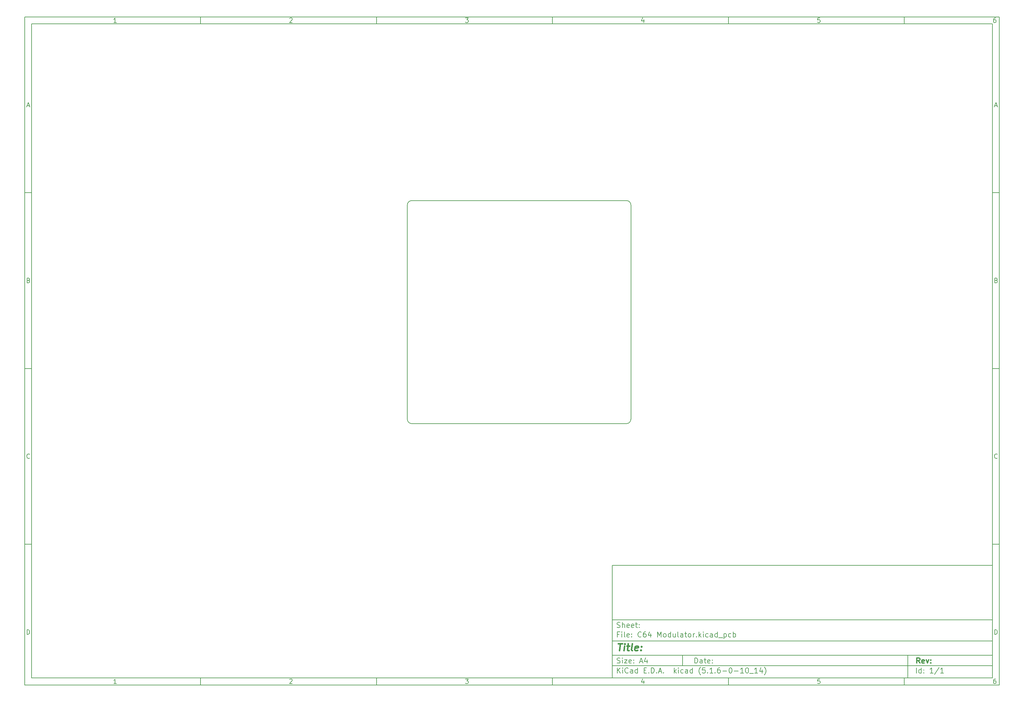
<source format=gm1>
%TF.GenerationSoftware,KiCad,Pcbnew,(5.1.6-0-10_14)*%
%TF.CreationDate,2021-03-10T02:09:14-05:00*%
%TF.ProjectId,C64 Modulator,43363420-4d6f-4647-956c-61746f722e6b,rev?*%
%TF.SameCoordinates,Original*%
%TF.FileFunction,Profile,NP*%
%FSLAX46Y46*%
G04 Gerber Fmt 4.6, Leading zero omitted, Abs format (unit mm)*
G04 Created by KiCad (PCBNEW (5.1.6-0-10_14)) date 2021-03-10 02:09:14*
%MOMM*%
%LPD*%
G01*
G04 APERTURE LIST*
%ADD10C,0.100000*%
%ADD11C,0.150000*%
%ADD12C,0.300000*%
%ADD13C,0.400000*%
%TA.AperFunction,Profile*%
%ADD14C,0.150000*%
%TD*%
G04 APERTURE END LIST*
D10*
D11*
X177002200Y-166007200D02*
X177002200Y-198007200D01*
X285002200Y-198007200D01*
X285002200Y-166007200D01*
X177002200Y-166007200D01*
D10*
D11*
X10000000Y-10000000D02*
X10000000Y-200007200D01*
X287002200Y-200007200D01*
X287002200Y-10000000D01*
X10000000Y-10000000D01*
D10*
D11*
X12000000Y-12000000D02*
X12000000Y-198007200D01*
X285002200Y-198007200D01*
X285002200Y-12000000D01*
X12000000Y-12000000D01*
D10*
D11*
X60000000Y-12000000D02*
X60000000Y-10000000D01*
D10*
D11*
X110000000Y-12000000D02*
X110000000Y-10000000D01*
D10*
D11*
X160000000Y-12000000D02*
X160000000Y-10000000D01*
D10*
D11*
X210000000Y-12000000D02*
X210000000Y-10000000D01*
D10*
D11*
X260000000Y-12000000D02*
X260000000Y-10000000D01*
D10*
D11*
X36065476Y-11588095D02*
X35322619Y-11588095D01*
X35694047Y-11588095D02*
X35694047Y-10288095D01*
X35570238Y-10473809D01*
X35446428Y-10597619D01*
X35322619Y-10659523D01*
D10*
D11*
X85322619Y-10411904D02*
X85384523Y-10350000D01*
X85508333Y-10288095D01*
X85817857Y-10288095D01*
X85941666Y-10350000D01*
X86003571Y-10411904D01*
X86065476Y-10535714D01*
X86065476Y-10659523D01*
X86003571Y-10845238D01*
X85260714Y-11588095D01*
X86065476Y-11588095D01*
D10*
D11*
X135260714Y-10288095D02*
X136065476Y-10288095D01*
X135632142Y-10783333D01*
X135817857Y-10783333D01*
X135941666Y-10845238D01*
X136003571Y-10907142D01*
X136065476Y-11030952D01*
X136065476Y-11340476D01*
X136003571Y-11464285D01*
X135941666Y-11526190D01*
X135817857Y-11588095D01*
X135446428Y-11588095D01*
X135322619Y-11526190D01*
X135260714Y-11464285D01*
D10*
D11*
X185941666Y-10721428D02*
X185941666Y-11588095D01*
X185632142Y-10226190D02*
X185322619Y-11154761D01*
X186127380Y-11154761D01*
D10*
D11*
X236003571Y-10288095D02*
X235384523Y-10288095D01*
X235322619Y-10907142D01*
X235384523Y-10845238D01*
X235508333Y-10783333D01*
X235817857Y-10783333D01*
X235941666Y-10845238D01*
X236003571Y-10907142D01*
X236065476Y-11030952D01*
X236065476Y-11340476D01*
X236003571Y-11464285D01*
X235941666Y-11526190D01*
X235817857Y-11588095D01*
X235508333Y-11588095D01*
X235384523Y-11526190D01*
X235322619Y-11464285D01*
D10*
D11*
X285941666Y-10288095D02*
X285694047Y-10288095D01*
X285570238Y-10350000D01*
X285508333Y-10411904D01*
X285384523Y-10597619D01*
X285322619Y-10845238D01*
X285322619Y-11340476D01*
X285384523Y-11464285D01*
X285446428Y-11526190D01*
X285570238Y-11588095D01*
X285817857Y-11588095D01*
X285941666Y-11526190D01*
X286003571Y-11464285D01*
X286065476Y-11340476D01*
X286065476Y-11030952D01*
X286003571Y-10907142D01*
X285941666Y-10845238D01*
X285817857Y-10783333D01*
X285570238Y-10783333D01*
X285446428Y-10845238D01*
X285384523Y-10907142D01*
X285322619Y-11030952D01*
D10*
D11*
X60000000Y-198007200D02*
X60000000Y-200007200D01*
D10*
D11*
X110000000Y-198007200D02*
X110000000Y-200007200D01*
D10*
D11*
X160000000Y-198007200D02*
X160000000Y-200007200D01*
D10*
D11*
X210000000Y-198007200D02*
X210000000Y-200007200D01*
D10*
D11*
X260000000Y-198007200D02*
X260000000Y-200007200D01*
D10*
D11*
X36065476Y-199595295D02*
X35322619Y-199595295D01*
X35694047Y-199595295D02*
X35694047Y-198295295D01*
X35570238Y-198481009D01*
X35446428Y-198604819D01*
X35322619Y-198666723D01*
D10*
D11*
X85322619Y-198419104D02*
X85384523Y-198357200D01*
X85508333Y-198295295D01*
X85817857Y-198295295D01*
X85941666Y-198357200D01*
X86003571Y-198419104D01*
X86065476Y-198542914D01*
X86065476Y-198666723D01*
X86003571Y-198852438D01*
X85260714Y-199595295D01*
X86065476Y-199595295D01*
D10*
D11*
X135260714Y-198295295D02*
X136065476Y-198295295D01*
X135632142Y-198790533D01*
X135817857Y-198790533D01*
X135941666Y-198852438D01*
X136003571Y-198914342D01*
X136065476Y-199038152D01*
X136065476Y-199347676D01*
X136003571Y-199471485D01*
X135941666Y-199533390D01*
X135817857Y-199595295D01*
X135446428Y-199595295D01*
X135322619Y-199533390D01*
X135260714Y-199471485D01*
D10*
D11*
X185941666Y-198728628D02*
X185941666Y-199595295D01*
X185632142Y-198233390D02*
X185322619Y-199161961D01*
X186127380Y-199161961D01*
D10*
D11*
X236003571Y-198295295D02*
X235384523Y-198295295D01*
X235322619Y-198914342D01*
X235384523Y-198852438D01*
X235508333Y-198790533D01*
X235817857Y-198790533D01*
X235941666Y-198852438D01*
X236003571Y-198914342D01*
X236065476Y-199038152D01*
X236065476Y-199347676D01*
X236003571Y-199471485D01*
X235941666Y-199533390D01*
X235817857Y-199595295D01*
X235508333Y-199595295D01*
X235384523Y-199533390D01*
X235322619Y-199471485D01*
D10*
D11*
X285941666Y-198295295D02*
X285694047Y-198295295D01*
X285570238Y-198357200D01*
X285508333Y-198419104D01*
X285384523Y-198604819D01*
X285322619Y-198852438D01*
X285322619Y-199347676D01*
X285384523Y-199471485D01*
X285446428Y-199533390D01*
X285570238Y-199595295D01*
X285817857Y-199595295D01*
X285941666Y-199533390D01*
X286003571Y-199471485D01*
X286065476Y-199347676D01*
X286065476Y-199038152D01*
X286003571Y-198914342D01*
X285941666Y-198852438D01*
X285817857Y-198790533D01*
X285570238Y-198790533D01*
X285446428Y-198852438D01*
X285384523Y-198914342D01*
X285322619Y-199038152D01*
D10*
D11*
X10000000Y-60000000D02*
X12000000Y-60000000D01*
D10*
D11*
X10000000Y-110000000D02*
X12000000Y-110000000D01*
D10*
D11*
X10000000Y-160000000D02*
X12000000Y-160000000D01*
D10*
D11*
X10690476Y-35216666D02*
X11309523Y-35216666D01*
X10566666Y-35588095D02*
X11000000Y-34288095D01*
X11433333Y-35588095D01*
D10*
D11*
X11092857Y-84907142D02*
X11278571Y-84969047D01*
X11340476Y-85030952D01*
X11402380Y-85154761D01*
X11402380Y-85340476D01*
X11340476Y-85464285D01*
X11278571Y-85526190D01*
X11154761Y-85588095D01*
X10659523Y-85588095D01*
X10659523Y-84288095D01*
X11092857Y-84288095D01*
X11216666Y-84350000D01*
X11278571Y-84411904D01*
X11340476Y-84535714D01*
X11340476Y-84659523D01*
X11278571Y-84783333D01*
X11216666Y-84845238D01*
X11092857Y-84907142D01*
X10659523Y-84907142D01*
D10*
D11*
X11402380Y-135464285D02*
X11340476Y-135526190D01*
X11154761Y-135588095D01*
X11030952Y-135588095D01*
X10845238Y-135526190D01*
X10721428Y-135402380D01*
X10659523Y-135278571D01*
X10597619Y-135030952D01*
X10597619Y-134845238D01*
X10659523Y-134597619D01*
X10721428Y-134473809D01*
X10845238Y-134350000D01*
X11030952Y-134288095D01*
X11154761Y-134288095D01*
X11340476Y-134350000D01*
X11402380Y-134411904D01*
D10*
D11*
X10659523Y-185588095D02*
X10659523Y-184288095D01*
X10969047Y-184288095D01*
X11154761Y-184350000D01*
X11278571Y-184473809D01*
X11340476Y-184597619D01*
X11402380Y-184845238D01*
X11402380Y-185030952D01*
X11340476Y-185278571D01*
X11278571Y-185402380D01*
X11154761Y-185526190D01*
X10969047Y-185588095D01*
X10659523Y-185588095D01*
D10*
D11*
X287002200Y-60000000D02*
X285002200Y-60000000D01*
D10*
D11*
X287002200Y-110000000D02*
X285002200Y-110000000D01*
D10*
D11*
X287002200Y-160000000D02*
X285002200Y-160000000D01*
D10*
D11*
X285692676Y-35216666D02*
X286311723Y-35216666D01*
X285568866Y-35588095D02*
X286002200Y-34288095D01*
X286435533Y-35588095D01*
D10*
D11*
X286095057Y-84907142D02*
X286280771Y-84969047D01*
X286342676Y-85030952D01*
X286404580Y-85154761D01*
X286404580Y-85340476D01*
X286342676Y-85464285D01*
X286280771Y-85526190D01*
X286156961Y-85588095D01*
X285661723Y-85588095D01*
X285661723Y-84288095D01*
X286095057Y-84288095D01*
X286218866Y-84350000D01*
X286280771Y-84411904D01*
X286342676Y-84535714D01*
X286342676Y-84659523D01*
X286280771Y-84783333D01*
X286218866Y-84845238D01*
X286095057Y-84907142D01*
X285661723Y-84907142D01*
D10*
D11*
X286404580Y-135464285D02*
X286342676Y-135526190D01*
X286156961Y-135588095D01*
X286033152Y-135588095D01*
X285847438Y-135526190D01*
X285723628Y-135402380D01*
X285661723Y-135278571D01*
X285599819Y-135030952D01*
X285599819Y-134845238D01*
X285661723Y-134597619D01*
X285723628Y-134473809D01*
X285847438Y-134350000D01*
X286033152Y-134288095D01*
X286156961Y-134288095D01*
X286342676Y-134350000D01*
X286404580Y-134411904D01*
D10*
D11*
X285661723Y-185588095D02*
X285661723Y-184288095D01*
X285971247Y-184288095D01*
X286156961Y-184350000D01*
X286280771Y-184473809D01*
X286342676Y-184597619D01*
X286404580Y-184845238D01*
X286404580Y-185030952D01*
X286342676Y-185278571D01*
X286280771Y-185402380D01*
X286156961Y-185526190D01*
X285971247Y-185588095D01*
X285661723Y-185588095D01*
D10*
D11*
X200434342Y-193785771D02*
X200434342Y-192285771D01*
X200791485Y-192285771D01*
X201005771Y-192357200D01*
X201148628Y-192500057D01*
X201220057Y-192642914D01*
X201291485Y-192928628D01*
X201291485Y-193142914D01*
X201220057Y-193428628D01*
X201148628Y-193571485D01*
X201005771Y-193714342D01*
X200791485Y-193785771D01*
X200434342Y-193785771D01*
X202577200Y-193785771D02*
X202577200Y-193000057D01*
X202505771Y-192857200D01*
X202362914Y-192785771D01*
X202077200Y-192785771D01*
X201934342Y-192857200D01*
X202577200Y-193714342D02*
X202434342Y-193785771D01*
X202077200Y-193785771D01*
X201934342Y-193714342D01*
X201862914Y-193571485D01*
X201862914Y-193428628D01*
X201934342Y-193285771D01*
X202077200Y-193214342D01*
X202434342Y-193214342D01*
X202577200Y-193142914D01*
X203077200Y-192785771D02*
X203648628Y-192785771D01*
X203291485Y-192285771D02*
X203291485Y-193571485D01*
X203362914Y-193714342D01*
X203505771Y-193785771D01*
X203648628Y-193785771D01*
X204720057Y-193714342D02*
X204577200Y-193785771D01*
X204291485Y-193785771D01*
X204148628Y-193714342D01*
X204077200Y-193571485D01*
X204077200Y-193000057D01*
X204148628Y-192857200D01*
X204291485Y-192785771D01*
X204577200Y-192785771D01*
X204720057Y-192857200D01*
X204791485Y-193000057D01*
X204791485Y-193142914D01*
X204077200Y-193285771D01*
X205434342Y-193642914D02*
X205505771Y-193714342D01*
X205434342Y-193785771D01*
X205362914Y-193714342D01*
X205434342Y-193642914D01*
X205434342Y-193785771D01*
X205434342Y-192857200D02*
X205505771Y-192928628D01*
X205434342Y-193000057D01*
X205362914Y-192928628D01*
X205434342Y-192857200D01*
X205434342Y-193000057D01*
D10*
D11*
X177002200Y-194507200D02*
X285002200Y-194507200D01*
D10*
D11*
X178434342Y-196585771D02*
X178434342Y-195085771D01*
X179291485Y-196585771D02*
X178648628Y-195728628D01*
X179291485Y-195085771D02*
X178434342Y-195942914D01*
X179934342Y-196585771D02*
X179934342Y-195585771D01*
X179934342Y-195085771D02*
X179862914Y-195157200D01*
X179934342Y-195228628D01*
X180005771Y-195157200D01*
X179934342Y-195085771D01*
X179934342Y-195228628D01*
X181505771Y-196442914D02*
X181434342Y-196514342D01*
X181220057Y-196585771D01*
X181077200Y-196585771D01*
X180862914Y-196514342D01*
X180720057Y-196371485D01*
X180648628Y-196228628D01*
X180577200Y-195942914D01*
X180577200Y-195728628D01*
X180648628Y-195442914D01*
X180720057Y-195300057D01*
X180862914Y-195157200D01*
X181077200Y-195085771D01*
X181220057Y-195085771D01*
X181434342Y-195157200D01*
X181505771Y-195228628D01*
X182791485Y-196585771D02*
X182791485Y-195800057D01*
X182720057Y-195657200D01*
X182577200Y-195585771D01*
X182291485Y-195585771D01*
X182148628Y-195657200D01*
X182791485Y-196514342D02*
X182648628Y-196585771D01*
X182291485Y-196585771D01*
X182148628Y-196514342D01*
X182077200Y-196371485D01*
X182077200Y-196228628D01*
X182148628Y-196085771D01*
X182291485Y-196014342D01*
X182648628Y-196014342D01*
X182791485Y-195942914D01*
X184148628Y-196585771D02*
X184148628Y-195085771D01*
X184148628Y-196514342D02*
X184005771Y-196585771D01*
X183720057Y-196585771D01*
X183577200Y-196514342D01*
X183505771Y-196442914D01*
X183434342Y-196300057D01*
X183434342Y-195871485D01*
X183505771Y-195728628D01*
X183577200Y-195657200D01*
X183720057Y-195585771D01*
X184005771Y-195585771D01*
X184148628Y-195657200D01*
X186005771Y-195800057D02*
X186505771Y-195800057D01*
X186720057Y-196585771D02*
X186005771Y-196585771D01*
X186005771Y-195085771D01*
X186720057Y-195085771D01*
X187362914Y-196442914D02*
X187434342Y-196514342D01*
X187362914Y-196585771D01*
X187291485Y-196514342D01*
X187362914Y-196442914D01*
X187362914Y-196585771D01*
X188077200Y-196585771D02*
X188077200Y-195085771D01*
X188434342Y-195085771D01*
X188648628Y-195157200D01*
X188791485Y-195300057D01*
X188862914Y-195442914D01*
X188934342Y-195728628D01*
X188934342Y-195942914D01*
X188862914Y-196228628D01*
X188791485Y-196371485D01*
X188648628Y-196514342D01*
X188434342Y-196585771D01*
X188077200Y-196585771D01*
X189577200Y-196442914D02*
X189648628Y-196514342D01*
X189577200Y-196585771D01*
X189505771Y-196514342D01*
X189577200Y-196442914D01*
X189577200Y-196585771D01*
X190220057Y-196157200D02*
X190934342Y-196157200D01*
X190077200Y-196585771D02*
X190577200Y-195085771D01*
X191077200Y-196585771D01*
X191577200Y-196442914D02*
X191648628Y-196514342D01*
X191577200Y-196585771D01*
X191505771Y-196514342D01*
X191577200Y-196442914D01*
X191577200Y-196585771D01*
X194577200Y-196585771D02*
X194577200Y-195085771D01*
X194720057Y-196014342D02*
X195148628Y-196585771D01*
X195148628Y-195585771D02*
X194577200Y-196157200D01*
X195791485Y-196585771D02*
X195791485Y-195585771D01*
X195791485Y-195085771D02*
X195720057Y-195157200D01*
X195791485Y-195228628D01*
X195862914Y-195157200D01*
X195791485Y-195085771D01*
X195791485Y-195228628D01*
X197148628Y-196514342D02*
X197005771Y-196585771D01*
X196720057Y-196585771D01*
X196577200Y-196514342D01*
X196505771Y-196442914D01*
X196434342Y-196300057D01*
X196434342Y-195871485D01*
X196505771Y-195728628D01*
X196577200Y-195657200D01*
X196720057Y-195585771D01*
X197005771Y-195585771D01*
X197148628Y-195657200D01*
X198434342Y-196585771D02*
X198434342Y-195800057D01*
X198362914Y-195657200D01*
X198220057Y-195585771D01*
X197934342Y-195585771D01*
X197791485Y-195657200D01*
X198434342Y-196514342D02*
X198291485Y-196585771D01*
X197934342Y-196585771D01*
X197791485Y-196514342D01*
X197720057Y-196371485D01*
X197720057Y-196228628D01*
X197791485Y-196085771D01*
X197934342Y-196014342D01*
X198291485Y-196014342D01*
X198434342Y-195942914D01*
X199791485Y-196585771D02*
X199791485Y-195085771D01*
X199791485Y-196514342D02*
X199648628Y-196585771D01*
X199362914Y-196585771D01*
X199220057Y-196514342D01*
X199148628Y-196442914D01*
X199077200Y-196300057D01*
X199077200Y-195871485D01*
X199148628Y-195728628D01*
X199220057Y-195657200D01*
X199362914Y-195585771D01*
X199648628Y-195585771D01*
X199791485Y-195657200D01*
X202077200Y-197157200D02*
X202005771Y-197085771D01*
X201862914Y-196871485D01*
X201791485Y-196728628D01*
X201720057Y-196514342D01*
X201648628Y-196157200D01*
X201648628Y-195871485D01*
X201720057Y-195514342D01*
X201791485Y-195300057D01*
X201862914Y-195157200D01*
X202005771Y-194942914D01*
X202077200Y-194871485D01*
X203362914Y-195085771D02*
X202648628Y-195085771D01*
X202577200Y-195800057D01*
X202648628Y-195728628D01*
X202791485Y-195657200D01*
X203148628Y-195657200D01*
X203291485Y-195728628D01*
X203362914Y-195800057D01*
X203434342Y-195942914D01*
X203434342Y-196300057D01*
X203362914Y-196442914D01*
X203291485Y-196514342D01*
X203148628Y-196585771D01*
X202791485Y-196585771D01*
X202648628Y-196514342D01*
X202577200Y-196442914D01*
X204077200Y-196442914D02*
X204148628Y-196514342D01*
X204077200Y-196585771D01*
X204005771Y-196514342D01*
X204077200Y-196442914D01*
X204077200Y-196585771D01*
X205577200Y-196585771D02*
X204720057Y-196585771D01*
X205148628Y-196585771D02*
X205148628Y-195085771D01*
X205005771Y-195300057D01*
X204862914Y-195442914D01*
X204720057Y-195514342D01*
X206220057Y-196442914D02*
X206291485Y-196514342D01*
X206220057Y-196585771D01*
X206148628Y-196514342D01*
X206220057Y-196442914D01*
X206220057Y-196585771D01*
X207577200Y-195085771D02*
X207291485Y-195085771D01*
X207148628Y-195157200D01*
X207077200Y-195228628D01*
X206934342Y-195442914D01*
X206862914Y-195728628D01*
X206862914Y-196300057D01*
X206934342Y-196442914D01*
X207005771Y-196514342D01*
X207148628Y-196585771D01*
X207434342Y-196585771D01*
X207577200Y-196514342D01*
X207648628Y-196442914D01*
X207720057Y-196300057D01*
X207720057Y-195942914D01*
X207648628Y-195800057D01*
X207577200Y-195728628D01*
X207434342Y-195657200D01*
X207148628Y-195657200D01*
X207005771Y-195728628D01*
X206934342Y-195800057D01*
X206862914Y-195942914D01*
X208362914Y-196014342D02*
X209505771Y-196014342D01*
X210505771Y-195085771D02*
X210648628Y-195085771D01*
X210791485Y-195157200D01*
X210862914Y-195228628D01*
X210934342Y-195371485D01*
X211005771Y-195657200D01*
X211005771Y-196014342D01*
X210934342Y-196300057D01*
X210862914Y-196442914D01*
X210791485Y-196514342D01*
X210648628Y-196585771D01*
X210505771Y-196585771D01*
X210362914Y-196514342D01*
X210291485Y-196442914D01*
X210220057Y-196300057D01*
X210148628Y-196014342D01*
X210148628Y-195657200D01*
X210220057Y-195371485D01*
X210291485Y-195228628D01*
X210362914Y-195157200D01*
X210505771Y-195085771D01*
X211648628Y-196014342D02*
X212791485Y-196014342D01*
X214291485Y-196585771D02*
X213434342Y-196585771D01*
X213862914Y-196585771D02*
X213862914Y-195085771D01*
X213720057Y-195300057D01*
X213577200Y-195442914D01*
X213434342Y-195514342D01*
X215220057Y-195085771D02*
X215362914Y-195085771D01*
X215505771Y-195157200D01*
X215577200Y-195228628D01*
X215648628Y-195371485D01*
X215720057Y-195657200D01*
X215720057Y-196014342D01*
X215648628Y-196300057D01*
X215577200Y-196442914D01*
X215505771Y-196514342D01*
X215362914Y-196585771D01*
X215220057Y-196585771D01*
X215077200Y-196514342D01*
X215005771Y-196442914D01*
X214934342Y-196300057D01*
X214862914Y-196014342D01*
X214862914Y-195657200D01*
X214934342Y-195371485D01*
X215005771Y-195228628D01*
X215077200Y-195157200D01*
X215220057Y-195085771D01*
X216005771Y-196728628D02*
X217148628Y-196728628D01*
X218291485Y-196585771D02*
X217434342Y-196585771D01*
X217862914Y-196585771D02*
X217862914Y-195085771D01*
X217720057Y-195300057D01*
X217577200Y-195442914D01*
X217434342Y-195514342D01*
X219577200Y-195585771D02*
X219577200Y-196585771D01*
X219220057Y-195014342D02*
X218862914Y-196085771D01*
X219791485Y-196085771D01*
X220220057Y-197157200D02*
X220291485Y-197085771D01*
X220434342Y-196871485D01*
X220505771Y-196728628D01*
X220577200Y-196514342D01*
X220648628Y-196157200D01*
X220648628Y-195871485D01*
X220577200Y-195514342D01*
X220505771Y-195300057D01*
X220434342Y-195157200D01*
X220291485Y-194942914D01*
X220220057Y-194871485D01*
D10*
D11*
X177002200Y-191507200D02*
X285002200Y-191507200D01*
D10*
D12*
X264411485Y-193785771D02*
X263911485Y-193071485D01*
X263554342Y-193785771D02*
X263554342Y-192285771D01*
X264125771Y-192285771D01*
X264268628Y-192357200D01*
X264340057Y-192428628D01*
X264411485Y-192571485D01*
X264411485Y-192785771D01*
X264340057Y-192928628D01*
X264268628Y-193000057D01*
X264125771Y-193071485D01*
X263554342Y-193071485D01*
X265625771Y-193714342D02*
X265482914Y-193785771D01*
X265197200Y-193785771D01*
X265054342Y-193714342D01*
X264982914Y-193571485D01*
X264982914Y-193000057D01*
X265054342Y-192857200D01*
X265197200Y-192785771D01*
X265482914Y-192785771D01*
X265625771Y-192857200D01*
X265697200Y-193000057D01*
X265697200Y-193142914D01*
X264982914Y-193285771D01*
X266197200Y-192785771D02*
X266554342Y-193785771D01*
X266911485Y-192785771D01*
X267482914Y-193642914D02*
X267554342Y-193714342D01*
X267482914Y-193785771D01*
X267411485Y-193714342D01*
X267482914Y-193642914D01*
X267482914Y-193785771D01*
X267482914Y-192857200D02*
X267554342Y-192928628D01*
X267482914Y-193000057D01*
X267411485Y-192928628D01*
X267482914Y-192857200D01*
X267482914Y-193000057D01*
D10*
D11*
X178362914Y-193714342D02*
X178577200Y-193785771D01*
X178934342Y-193785771D01*
X179077200Y-193714342D01*
X179148628Y-193642914D01*
X179220057Y-193500057D01*
X179220057Y-193357200D01*
X179148628Y-193214342D01*
X179077200Y-193142914D01*
X178934342Y-193071485D01*
X178648628Y-193000057D01*
X178505771Y-192928628D01*
X178434342Y-192857200D01*
X178362914Y-192714342D01*
X178362914Y-192571485D01*
X178434342Y-192428628D01*
X178505771Y-192357200D01*
X178648628Y-192285771D01*
X179005771Y-192285771D01*
X179220057Y-192357200D01*
X179862914Y-193785771D02*
X179862914Y-192785771D01*
X179862914Y-192285771D02*
X179791485Y-192357200D01*
X179862914Y-192428628D01*
X179934342Y-192357200D01*
X179862914Y-192285771D01*
X179862914Y-192428628D01*
X180434342Y-192785771D02*
X181220057Y-192785771D01*
X180434342Y-193785771D01*
X181220057Y-193785771D01*
X182362914Y-193714342D02*
X182220057Y-193785771D01*
X181934342Y-193785771D01*
X181791485Y-193714342D01*
X181720057Y-193571485D01*
X181720057Y-193000057D01*
X181791485Y-192857200D01*
X181934342Y-192785771D01*
X182220057Y-192785771D01*
X182362914Y-192857200D01*
X182434342Y-193000057D01*
X182434342Y-193142914D01*
X181720057Y-193285771D01*
X183077200Y-193642914D02*
X183148628Y-193714342D01*
X183077200Y-193785771D01*
X183005771Y-193714342D01*
X183077200Y-193642914D01*
X183077200Y-193785771D01*
X183077200Y-192857200D02*
X183148628Y-192928628D01*
X183077200Y-193000057D01*
X183005771Y-192928628D01*
X183077200Y-192857200D01*
X183077200Y-193000057D01*
X184862914Y-193357200D02*
X185577200Y-193357200D01*
X184720057Y-193785771D02*
X185220057Y-192285771D01*
X185720057Y-193785771D01*
X186862914Y-192785771D02*
X186862914Y-193785771D01*
X186505771Y-192214342D02*
X186148628Y-193285771D01*
X187077200Y-193285771D01*
D10*
D11*
X263434342Y-196585771D02*
X263434342Y-195085771D01*
X264791485Y-196585771D02*
X264791485Y-195085771D01*
X264791485Y-196514342D02*
X264648628Y-196585771D01*
X264362914Y-196585771D01*
X264220057Y-196514342D01*
X264148628Y-196442914D01*
X264077200Y-196300057D01*
X264077200Y-195871485D01*
X264148628Y-195728628D01*
X264220057Y-195657200D01*
X264362914Y-195585771D01*
X264648628Y-195585771D01*
X264791485Y-195657200D01*
X265505771Y-196442914D02*
X265577200Y-196514342D01*
X265505771Y-196585771D01*
X265434342Y-196514342D01*
X265505771Y-196442914D01*
X265505771Y-196585771D01*
X265505771Y-195657200D02*
X265577200Y-195728628D01*
X265505771Y-195800057D01*
X265434342Y-195728628D01*
X265505771Y-195657200D01*
X265505771Y-195800057D01*
X268148628Y-196585771D02*
X267291485Y-196585771D01*
X267720057Y-196585771D02*
X267720057Y-195085771D01*
X267577200Y-195300057D01*
X267434342Y-195442914D01*
X267291485Y-195514342D01*
X269862914Y-195014342D02*
X268577200Y-196942914D01*
X271148628Y-196585771D02*
X270291485Y-196585771D01*
X270720057Y-196585771D02*
X270720057Y-195085771D01*
X270577200Y-195300057D01*
X270434342Y-195442914D01*
X270291485Y-195514342D01*
D10*
D11*
X177002200Y-187507200D02*
X285002200Y-187507200D01*
D10*
D13*
X178714580Y-188211961D02*
X179857438Y-188211961D01*
X179036009Y-190211961D02*
X179286009Y-188211961D01*
X180274104Y-190211961D02*
X180440771Y-188878628D01*
X180524104Y-188211961D02*
X180416961Y-188307200D01*
X180500295Y-188402438D01*
X180607438Y-188307200D01*
X180524104Y-188211961D01*
X180500295Y-188402438D01*
X181107438Y-188878628D02*
X181869342Y-188878628D01*
X181476485Y-188211961D02*
X181262200Y-189926247D01*
X181333628Y-190116723D01*
X181512200Y-190211961D01*
X181702676Y-190211961D01*
X182655057Y-190211961D02*
X182476485Y-190116723D01*
X182405057Y-189926247D01*
X182619342Y-188211961D01*
X184190771Y-190116723D02*
X183988390Y-190211961D01*
X183607438Y-190211961D01*
X183428866Y-190116723D01*
X183357438Y-189926247D01*
X183452676Y-189164342D01*
X183571723Y-188973866D01*
X183774104Y-188878628D01*
X184155057Y-188878628D01*
X184333628Y-188973866D01*
X184405057Y-189164342D01*
X184381247Y-189354819D01*
X183405057Y-189545295D01*
X185155057Y-190021485D02*
X185238390Y-190116723D01*
X185131247Y-190211961D01*
X185047914Y-190116723D01*
X185155057Y-190021485D01*
X185131247Y-190211961D01*
X185286009Y-188973866D02*
X185369342Y-189069104D01*
X185262200Y-189164342D01*
X185178866Y-189069104D01*
X185286009Y-188973866D01*
X185262200Y-189164342D01*
D10*
D11*
X178934342Y-185600057D02*
X178434342Y-185600057D01*
X178434342Y-186385771D02*
X178434342Y-184885771D01*
X179148628Y-184885771D01*
X179720057Y-186385771D02*
X179720057Y-185385771D01*
X179720057Y-184885771D02*
X179648628Y-184957200D01*
X179720057Y-185028628D01*
X179791485Y-184957200D01*
X179720057Y-184885771D01*
X179720057Y-185028628D01*
X180648628Y-186385771D02*
X180505771Y-186314342D01*
X180434342Y-186171485D01*
X180434342Y-184885771D01*
X181791485Y-186314342D02*
X181648628Y-186385771D01*
X181362914Y-186385771D01*
X181220057Y-186314342D01*
X181148628Y-186171485D01*
X181148628Y-185600057D01*
X181220057Y-185457200D01*
X181362914Y-185385771D01*
X181648628Y-185385771D01*
X181791485Y-185457200D01*
X181862914Y-185600057D01*
X181862914Y-185742914D01*
X181148628Y-185885771D01*
X182505771Y-186242914D02*
X182577200Y-186314342D01*
X182505771Y-186385771D01*
X182434342Y-186314342D01*
X182505771Y-186242914D01*
X182505771Y-186385771D01*
X182505771Y-185457200D02*
X182577200Y-185528628D01*
X182505771Y-185600057D01*
X182434342Y-185528628D01*
X182505771Y-185457200D01*
X182505771Y-185600057D01*
X185220057Y-186242914D02*
X185148628Y-186314342D01*
X184934342Y-186385771D01*
X184791485Y-186385771D01*
X184577200Y-186314342D01*
X184434342Y-186171485D01*
X184362914Y-186028628D01*
X184291485Y-185742914D01*
X184291485Y-185528628D01*
X184362914Y-185242914D01*
X184434342Y-185100057D01*
X184577200Y-184957200D01*
X184791485Y-184885771D01*
X184934342Y-184885771D01*
X185148628Y-184957200D01*
X185220057Y-185028628D01*
X186505771Y-184885771D02*
X186220057Y-184885771D01*
X186077200Y-184957200D01*
X186005771Y-185028628D01*
X185862914Y-185242914D01*
X185791485Y-185528628D01*
X185791485Y-186100057D01*
X185862914Y-186242914D01*
X185934342Y-186314342D01*
X186077200Y-186385771D01*
X186362914Y-186385771D01*
X186505771Y-186314342D01*
X186577200Y-186242914D01*
X186648628Y-186100057D01*
X186648628Y-185742914D01*
X186577200Y-185600057D01*
X186505771Y-185528628D01*
X186362914Y-185457200D01*
X186077200Y-185457200D01*
X185934342Y-185528628D01*
X185862914Y-185600057D01*
X185791485Y-185742914D01*
X187934342Y-185385771D02*
X187934342Y-186385771D01*
X187577200Y-184814342D02*
X187220057Y-185885771D01*
X188148628Y-185885771D01*
X189862914Y-186385771D02*
X189862914Y-184885771D01*
X190362914Y-185957200D01*
X190862914Y-184885771D01*
X190862914Y-186385771D01*
X191791485Y-186385771D02*
X191648628Y-186314342D01*
X191577200Y-186242914D01*
X191505771Y-186100057D01*
X191505771Y-185671485D01*
X191577200Y-185528628D01*
X191648628Y-185457200D01*
X191791485Y-185385771D01*
X192005771Y-185385771D01*
X192148628Y-185457200D01*
X192220057Y-185528628D01*
X192291485Y-185671485D01*
X192291485Y-186100057D01*
X192220057Y-186242914D01*
X192148628Y-186314342D01*
X192005771Y-186385771D01*
X191791485Y-186385771D01*
X193577200Y-186385771D02*
X193577200Y-184885771D01*
X193577200Y-186314342D02*
X193434342Y-186385771D01*
X193148628Y-186385771D01*
X193005771Y-186314342D01*
X192934342Y-186242914D01*
X192862914Y-186100057D01*
X192862914Y-185671485D01*
X192934342Y-185528628D01*
X193005771Y-185457200D01*
X193148628Y-185385771D01*
X193434342Y-185385771D01*
X193577200Y-185457200D01*
X194934342Y-185385771D02*
X194934342Y-186385771D01*
X194291485Y-185385771D02*
X194291485Y-186171485D01*
X194362914Y-186314342D01*
X194505771Y-186385771D01*
X194720057Y-186385771D01*
X194862914Y-186314342D01*
X194934342Y-186242914D01*
X195862914Y-186385771D02*
X195720057Y-186314342D01*
X195648628Y-186171485D01*
X195648628Y-184885771D01*
X197077200Y-186385771D02*
X197077200Y-185600057D01*
X197005771Y-185457200D01*
X196862914Y-185385771D01*
X196577200Y-185385771D01*
X196434342Y-185457200D01*
X197077200Y-186314342D02*
X196934342Y-186385771D01*
X196577200Y-186385771D01*
X196434342Y-186314342D01*
X196362914Y-186171485D01*
X196362914Y-186028628D01*
X196434342Y-185885771D01*
X196577200Y-185814342D01*
X196934342Y-185814342D01*
X197077200Y-185742914D01*
X197577200Y-185385771D02*
X198148628Y-185385771D01*
X197791485Y-184885771D02*
X197791485Y-186171485D01*
X197862914Y-186314342D01*
X198005771Y-186385771D01*
X198148628Y-186385771D01*
X198862914Y-186385771D02*
X198720057Y-186314342D01*
X198648628Y-186242914D01*
X198577200Y-186100057D01*
X198577200Y-185671485D01*
X198648628Y-185528628D01*
X198720057Y-185457200D01*
X198862914Y-185385771D01*
X199077200Y-185385771D01*
X199220057Y-185457200D01*
X199291485Y-185528628D01*
X199362914Y-185671485D01*
X199362914Y-186100057D01*
X199291485Y-186242914D01*
X199220057Y-186314342D01*
X199077200Y-186385771D01*
X198862914Y-186385771D01*
X200005771Y-186385771D02*
X200005771Y-185385771D01*
X200005771Y-185671485D02*
X200077200Y-185528628D01*
X200148628Y-185457200D01*
X200291485Y-185385771D01*
X200434342Y-185385771D01*
X200934342Y-186242914D02*
X201005771Y-186314342D01*
X200934342Y-186385771D01*
X200862914Y-186314342D01*
X200934342Y-186242914D01*
X200934342Y-186385771D01*
X201648628Y-186385771D02*
X201648628Y-184885771D01*
X201791485Y-185814342D02*
X202220057Y-186385771D01*
X202220057Y-185385771D02*
X201648628Y-185957200D01*
X202862914Y-186385771D02*
X202862914Y-185385771D01*
X202862914Y-184885771D02*
X202791485Y-184957200D01*
X202862914Y-185028628D01*
X202934342Y-184957200D01*
X202862914Y-184885771D01*
X202862914Y-185028628D01*
X204220057Y-186314342D02*
X204077200Y-186385771D01*
X203791485Y-186385771D01*
X203648628Y-186314342D01*
X203577200Y-186242914D01*
X203505771Y-186100057D01*
X203505771Y-185671485D01*
X203577200Y-185528628D01*
X203648628Y-185457200D01*
X203791485Y-185385771D01*
X204077200Y-185385771D01*
X204220057Y-185457200D01*
X205505771Y-186385771D02*
X205505771Y-185600057D01*
X205434342Y-185457200D01*
X205291485Y-185385771D01*
X205005771Y-185385771D01*
X204862914Y-185457200D01*
X205505771Y-186314342D02*
X205362914Y-186385771D01*
X205005771Y-186385771D01*
X204862914Y-186314342D01*
X204791485Y-186171485D01*
X204791485Y-186028628D01*
X204862914Y-185885771D01*
X205005771Y-185814342D01*
X205362914Y-185814342D01*
X205505771Y-185742914D01*
X206862914Y-186385771D02*
X206862914Y-184885771D01*
X206862914Y-186314342D02*
X206720057Y-186385771D01*
X206434342Y-186385771D01*
X206291485Y-186314342D01*
X206220057Y-186242914D01*
X206148628Y-186100057D01*
X206148628Y-185671485D01*
X206220057Y-185528628D01*
X206291485Y-185457200D01*
X206434342Y-185385771D01*
X206720057Y-185385771D01*
X206862914Y-185457200D01*
X207220057Y-186528628D02*
X208362914Y-186528628D01*
X208720057Y-185385771D02*
X208720057Y-186885771D01*
X208720057Y-185457200D02*
X208862914Y-185385771D01*
X209148628Y-185385771D01*
X209291485Y-185457200D01*
X209362914Y-185528628D01*
X209434342Y-185671485D01*
X209434342Y-186100057D01*
X209362914Y-186242914D01*
X209291485Y-186314342D01*
X209148628Y-186385771D01*
X208862914Y-186385771D01*
X208720057Y-186314342D01*
X210720057Y-186314342D02*
X210577200Y-186385771D01*
X210291485Y-186385771D01*
X210148628Y-186314342D01*
X210077200Y-186242914D01*
X210005771Y-186100057D01*
X210005771Y-185671485D01*
X210077200Y-185528628D01*
X210148628Y-185457200D01*
X210291485Y-185385771D01*
X210577200Y-185385771D01*
X210720057Y-185457200D01*
X211362914Y-186385771D02*
X211362914Y-184885771D01*
X211362914Y-185457200D02*
X211505771Y-185385771D01*
X211791485Y-185385771D01*
X211934342Y-185457200D01*
X212005771Y-185528628D01*
X212077200Y-185671485D01*
X212077200Y-186100057D01*
X212005771Y-186242914D01*
X211934342Y-186314342D01*
X211791485Y-186385771D01*
X211505771Y-186385771D01*
X211362914Y-186314342D01*
D10*
D11*
X177002200Y-181507200D02*
X285002200Y-181507200D01*
D10*
D11*
X178362914Y-183614342D02*
X178577200Y-183685771D01*
X178934342Y-183685771D01*
X179077200Y-183614342D01*
X179148628Y-183542914D01*
X179220057Y-183400057D01*
X179220057Y-183257200D01*
X179148628Y-183114342D01*
X179077200Y-183042914D01*
X178934342Y-182971485D01*
X178648628Y-182900057D01*
X178505771Y-182828628D01*
X178434342Y-182757200D01*
X178362914Y-182614342D01*
X178362914Y-182471485D01*
X178434342Y-182328628D01*
X178505771Y-182257200D01*
X178648628Y-182185771D01*
X179005771Y-182185771D01*
X179220057Y-182257200D01*
X179862914Y-183685771D02*
X179862914Y-182185771D01*
X180505771Y-183685771D02*
X180505771Y-182900057D01*
X180434342Y-182757200D01*
X180291485Y-182685771D01*
X180077200Y-182685771D01*
X179934342Y-182757200D01*
X179862914Y-182828628D01*
X181791485Y-183614342D02*
X181648628Y-183685771D01*
X181362914Y-183685771D01*
X181220057Y-183614342D01*
X181148628Y-183471485D01*
X181148628Y-182900057D01*
X181220057Y-182757200D01*
X181362914Y-182685771D01*
X181648628Y-182685771D01*
X181791485Y-182757200D01*
X181862914Y-182900057D01*
X181862914Y-183042914D01*
X181148628Y-183185771D01*
X183077200Y-183614342D02*
X182934342Y-183685771D01*
X182648628Y-183685771D01*
X182505771Y-183614342D01*
X182434342Y-183471485D01*
X182434342Y-182900057D01*
X182505771Y-182757200D01*
X182648628Y-182685771D01*
X182934342Y-182685771D01*
X183077200Y-182757200D01*
X183148628Y-182900057D01*
X183148628Y-183042914D01*
X182434342Y-183185771D01*
X183577200Y-182685771D02*
X184148628Y-182685771D01*
X183791485Y-182185771D02*
X183791485Y-183471485D01*
X183862914Y-183614342D01*
X184005771Y-183685771D01*
X184148628Y-183685771D01*
X184648628Y-183542914D02*
X184720057Y-183614342D01*
X184648628Y-183685771D01*
X184577200Y-183614342D01*
X184648628Y-183542914D01*
X184648628Y-183685771D01*
X184648628Y-182757200D02*
X184720057Y-182828628D01*
X184648628Y-182900057D01*
X184577200Y-182828628D01*
X184648628Y-182757200D01*
X184648628Y-182900057D01*
D10*
D11*
X197002200Y-191507200D02*
X197002200Y-194507200D01*
D10*
D11*
X261002200Y-191507200D02*
X261002200Y-198007200D01*
D14*
X182285000Y-63500000D02*
G75*
G03*
X181015000Y-62230000I-1270000J0D01*
G01*
X182285000Y-63500000D02*
X182285000Y-124400000D01*
X120015000Y-125670000D02*
X181015000Y-125670000D01*
X118745000Y-124400000D02*
G75*
G03*
X120015000Y-125670000I1270000J0D01*
G01*
X181015000Y-125670000D02*
G75*
G03*
X182285000Y-124400000I0J1270000D01*
G01*
X120015000Y-62230000D02*
G75*
G03*
X118745000Y-63500000I0J-1270000D01*
G01*
X118745000Y-63500000D02*
X118745000Y-124400000D01*
X120015000Y-62230000D02*
X181015000Y-62230000D01*
M02*

</source>
